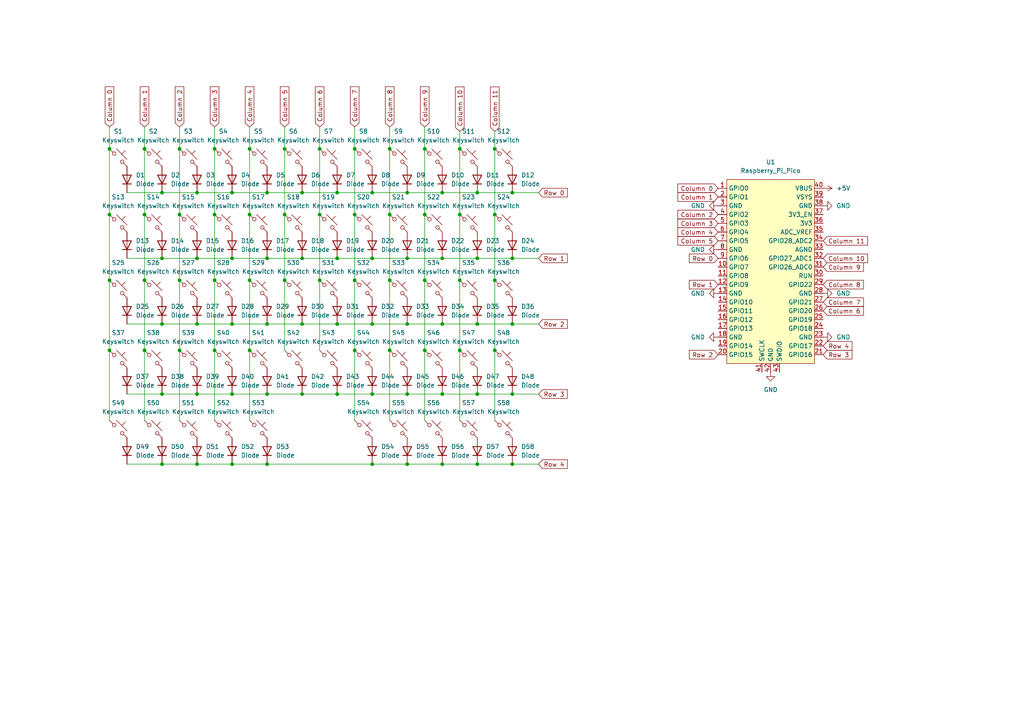
<source format=kicad_sch>
(kicad_sch (version 20250114) (generator "eeschema") (generator_version "9.0")
  (paper "A4")
  (junction (at 148.59 114.3))
  (junction (at 41.91 101.6))
  (junction (at 113.03 62.23))
  (junction (at 118.11 74.93))
  (junction (at 57.15 134.62))
  (junction (at 77.47 134.62))
  (junction (at 143.51 81.28))
  (junction (at 31.75 101.6))
  (junction (at 31.75 81.28))
  (junction (at 67.31 55.88))
  (junction (at 77.47 114.3))
  (junction (at 87.63 93.98))
  (junction (at 128.27 55.88))
  (junction (at 46.99 55.88))
  (junction (at 138.43 134.62))
  (junction (at 31.75 62.23))
  (junction (at 123.19 81.28))
  (junction (at 128.27 114.3))
  (junction (at 107.95 134.62))
  (junction (at 31.75 43.18))
  (junction (at 133.35 81.28))
  (junction (at 67.31 114.3))
  (junction (at 67.31 74.93))
  (junction (at 102.87 43.18))
  (junction (at 67.31 134.62))
  (junction (at 72.39 101.6))
  (junction (at 138.43 114.3))
  (junction (at 72.39 62.23))
  (junction (at 148.59 55.88))
  (junction (at 113.03 43.18))
  (junction (at 107.95 55.88))
  (junction (at 92.71 62.23))
  (junction (at 62.23 101.6))
  (junction (at 118.11 93.98))
  (junction (at 148.59 93.98))
  (junction (at 113.03 101.6))
  (junction (at 52.07 43.18))
  (junction (at 102.87 81.28))
  (junction (at 133.35 62.23))
  (junction (at 77.47 93.98))
  (junction (at 57.15 114.3))
  (junction (at 123.19 43.18))
  (junction (at 46.99 74.93))
  (junction (at 123.19 62.23))
  (junction (at 46.99 134.62))
  (junction (at 57.15 74.93))
  (junction (at 97.79 55.88))
  (junction (at 97.79 114.3))
  (junction (at 77.47 55.88))
  (junction (at 138.43 93.98))
  (junction (at 92.71 43.18))
  (junction (at 87.63 55.88))
  (junction (at 57.15 55.88))
  (junction (at 143.51 43.18))
  (junction (at 133.35 43.18))
  (junction (at 138.43 55.88))
  (junction (at 87.63 74.93))
  (junction (at 62.23 62.23))
  (junction (at 46.99 114.3))
  (junction (at 133.35 101.6))
  (junction (at 77.47 74.93))
  (junction (at 67.31 93.98))
  (junction (at 72.39 43.18))
  (junction (at 138.43 74.93))
  (junction (at 107.95 93.98))
  (junction (at 92.71 81.28))
  (junction (at 52.07 101.6))
  (junction (at 102.87 62.23))
  (junction (at 82.55 62.23))
  (junction (at 82.55 43.18))
  (junction (at 102.87 101.6))
  (junction (at 118.11 134.62))
  (junction (at 41.91 62.23))
  (junction (at 46.99 93.98))
  (junction (at 123.19 101.6))
  (junction (at 118.11 55.88))
  (junction (at 107.95 114.3))
  (junction (at 72.39 81.28))
  (junction (at 87.63 114.3))
  (junction (at 148.59 74.93))
  (junction (at 41.91 81.28))
  (junction (at 57.15 93.98))
  (junction (at 128.27 93.98))
  (junction (at 52.07 62.23))
  (junction (at 118.11 114.3))
  (junction (at 148.59 134.62))
  (junction (at 113.03 81.28))
  (junction (at 128.27 134.62))
  (junction (at 52.07 81.28))
  (junction (at 143.51 101.6))
  (junction (at 107.95 74.93))
  (junction (at 143.51 62.23))
  (junction (at 97.79 74.93))
  (junction (at 41.91 43.18))
  (junction (at 97.79 93.98))
  (junction (at 62.23 81.28))
  (junction (at 128.27 74.93))
  (junction (at 82.55 81.28))
  (junction (at 62.23 43.18))
  (wire (pts (xy 62.23 43.18) (xy 62.23 62.23)))
  (wire (pts (xy 128.27 55.88) (xy 138.43 55.88)))
  (wire (pts (xy 97.79 93.98) (xy 107.95 93.98)))
  (wire (pts (xy 143.51 81.28) (xy 143.51 101.6)))
  (wire (pts (xy 133.35 43.18) (xy 133.35 62.23)))
  (wire (pts (xy 113.03 81.28) (xy 113.03 101.6)))
  (wire (pts (xy 36.83 134.62) (xy 46.99 134.62)))
  (wire (pts (xy 128.27 74.93) (xy 138.43 74.93)))
  (wire (pts (xy 123.19 36.83) (xy 123.19 43.18)))
  (wire (pts (xy 72.39 43.18) (xy 72.39 62.23)))
  (wire (pts (xy 77.47 134.62) (xy 107.95 134.62)))
  (wire (pts (xy 77.47 74.93) (xy 87.63 74.93)))
  (wire (pts (xy 123.19 101.6) (xy 123.19 121.92)))
  (wire (pts (xy 87.63 114.3) (xy 97.79 114.3)))
  (wire (pts (xy 57.15 55.88) (xy 67.31 55.88)))
  (wire (pts (xy 46.99 55.88) (xy 57.15 55.88)))
  (wire (pts (xy 87.63 74.93) (xy 97.79 74.93)))
  (wire (pts (xy 31.75 62.23) (xy 31.75 81.28)))
  (wire (pts (xy 36.83 114.3) (xy 46.99 114.3)))
  (wire (pts (xy 62.23 81.28) (xy 62.23 101.6)))
  (wire (pts (xy 102.87 62.23) (xy 102.87 81.28)))
  (wire (pts (xy 77.47 114.3) (xy 87.63 114.3)))
  (wire (pts (xy 123.19 43.18) (xy 123.19 62.23)))
  (wire (pts (xy 87.63 55.88) (xy 97.79 55.88)))
  (wire (pts (xy 92.71 36.83) (xy 92.71 43.18)))
  (wire (pts (xy 67.31 55.88) (xy 77.47 55.88)))
  (wire (pts (xy 67.31 114.3) (xy 77.47 114.3)))
  (wire (pts (xy 92.71 43.18) (xy 92.71 62.23)))
  (wire (pts (xy 133.35 81.28) (xy 133.35 101.6)))
  (wire (pts (xy 123.19 81.28) (xy 123.19 101.6)))
  (wire (pts (xy 148.59 74.93) (xy 156.21 74.93)))
  (wire (pts (xy 57.15 93.98) (xy 67.31 93.98)))
  (wire (pts (xy 31.75 36.83) (xy 31.75 43.18)))
  (wire (pts (xy 67.31 74.93) (xy 77.47 74.93)))
  (wire (pts (xy 113.03 62.23) (xy 113.03 81.28)))
  (wire (pts (xy 102.87 101.6) (xy 102.87 121.92)))
  (wire (pts (xy 31.75 81.28) (xy 31.75 101.6)))
  (wire (pts (xy 31.75 101.6) (xy 31.75 121.92)))
  (wire (pts (xy 72.39 62.23) (xy 72.39 81.28)))
  (wire (pts (xy 82.55 62.23) (xy 82.55 81.28)))
  (wire (pts (xy 128.27 93.98) (xy 138.43 93.98)))
  (wire (pts (xy 46.99 74.93) (xy 57.15 74.93)))
  (wire (pts (xy 133.35 101.6) (xy 133.35 121.92)))
  (wire (pts (xy 102.87 81.28) (xy 102.87 101.6)))
  (wire (pts (xy 118.11 74.93) (xy 128.27 74.93)))
  (wire (pts (xy 52.07 101.6) (xy 52.07 121.92)))
  (wire (pts (xy 77.47 93.98) (xy 87.63 93.98)))
  (wire (pts (xy 128.27 114.3) (xy 138.43 114.3)))
  (wire (pts (xy 138.43 93.98) (xy 148.59 93.98)))
  (wire (pts (xy 138.43 134.62) (xy 148.59 134.62)))
  (wire (pts (xy 118.11 134.62) (xy 128.27 134.62)))
  (wire (pts (xy 143.51 101.6) (xy 143.51 121.92)))
  (wire (pts (xy 102.87 36.83) (xy 102.87 43.18)))
  (wire (pts (xy 41.91 36.83) (xy 41.91 43.18)))
  (wire (pts (xy 36.83 74.93) (xy 46.99 74.93)))
  (wire (pts (xy 72.39 101.6) (xy 72.39 121.92)))
  (wire (pts (xy 138.43 74.93) (xy 148.59 74.93)))
  (wire (pts (xy 123.19 62.23) (xy 123.19 81.28)))
  (wire (pts (xy 113.03 101.6) (xy 113.03 121.92)))
  (wire (pts (xy 138.43 55.88) (xy 148.59 55.88)))
  (wire (pts (xy 77.47 55.88) (xy 87.63 55.88)))
  (wire (pts (xy 36.83 93.98) (xy 46.99 93.98)))
  (wire (pts (xy 67.31 134.62) (xy 77.47 134.62)))
  (wire (pts (xy 97.79 55.88) (xy 107.95 55.88)))
  (wire (pts (xy 46.99 134.62) (xy 57.15 134.62)))
  (wire (pts (xy 118.11 55.88) (xy 128.27 55.88)))
  (wire (pts (xy 107.95 74.93) (xy 118.11 74.93)))
  (wire (pts (xy 52.07 81.28) (xy 52.07 101.6)))
  (wire (pts (xy 62.23 101.6) (xy 62.23 121.92)))
  (wire (pts (xy 92.71 62.23) (xy 92.71 81.28)))
  (wire (pts (xy 52.07 36.83) (xy 52.07 43.18)))
  (wire (pts (xy 52.07 43.18) (xy 52.07 62.23)))
  (wire (pts (xy 92.71 81.28) (xy 92.71 101.6)))
  (wire (pts (xy 72.39 36.83) (xy 72.39 43.18)))
  (wire (pts (xy 97.79 114.3) (xy 107.95 114.3)))
  (wire (pts (xy 107.95 55.88) (xy 118.11 55.88)))
  (wire (pts (xy 52.07 62.23) (xy 52.07 81.28)))
  (wire (pts (xy 46.99 93.98) (xy 57.15 93.98)))
  (wire (pts (xy 31.75 43.18) (xy 31.75 62.23)))
  (wire (pts (xy 46.99 114.3) (xy 57.15 114.3)))
  (wire (pts (xy 82.55 36.83) (xy 82.55 43.18)))
  (wire (pts (xy 82.55 81.28) (xy 82.55 101.6)))
  (wire (pts (xy 36.83 55.88) (xy 46.99 55.88)))
  (wire (pts (xy 72.39 81.28) (xy 72.39 101.6)))
  (wire (pts (xy 87.63 93.98) (xy 97.79 93.98)))
  (wire (pts (xy 118.11 93.98) (xy 128.27 93.98)))
  (wire (pts (xy 156.21 55.88) (xy 148.59 55.88)))
  (wire (pts (xy 113.03 43.18) (xy 113.03 62.23)))
  (wire (pts (xy 143.51 38.1) (xy 143.51 43.18)))
  (wire (pts (xy 107.95 134.62) (xy 118.11 134.62)))
  (wire (pts (xy 148.59 93.98) (xy 156.21 93.98)))
  (wire (pts (xy 62.23 62.23) (xy 62.23 81.28)))
  (wire (pts (xy 97.79 74.93) (xy 107.95 74.93)))
  (wire (pts (xy 57.15 74.93) (xy 67.31 74.93)))
  (wire (pts (xy 57.15 134.62) (xy 67.31 134.62)))
  (wire (pts (xy 133.35 62.23) (xy 133.35 81.28)))
  (wire (pts (xy 41.91 43.18) (xy 41.91 62.23)))
  (wire (pts (xy 41.91 62.23) (xy 41.91 81.28)))
  (wire (pts (xy 156.21 134.62) (xy 148.59 134.62)))
  (wire (pts (xy 113.03 36.83) (xy 113.03 43.18)))
  (wire (pts (xy 148.59 114.3) (xy 156.21 114.3)))
  (wire (pts (xy 57.15 114.3) (xy 67.31 114.3)))
  (wire (pts (xy 107.95 114.3) (xy 118.11 114.3)))
  (wire (pts (xy 143.51 43.18) (xy 143.51 62.23)))
  (wire (pts (xy 82.55 43.18) (xy 82.55 62.23)))
  (wire (pts (xy 128.27 134.62) (xy 138.43 134.62)))
  (wire (pts (xy 133.35 38.1) (xy 133.35 43.18)))
  (wire (pts (xy 118.11 114.3) (xy 128.27 114.3)))
  (wire (pts (xy 62.23 36.83) (xy 62.23 43.18)))
  (wire (pts (xy 102.87 43.18) (xy 102.87 62.23)))
  (wire (pts (xy 41.91 101.6) (xy 41.91 121.92)))
  (wire (pts (xy 67.31 93.98) (xy 77.47 93.98)))
  (wire (pts (xy 107.95 93.98) (xy 118.11 93.98)))
  (wire (pts (xy 143.51 62.23) (xy 143.51 81.28)))
  (wire (pts (xy 138.43 114.3) (xy 148.59 114.3)))
  (wire (pts (xy 41.91 81.28) (xy 41.91 101.6)))
  (global_label "Column 10" (shape input) (at 133.35 38.1 90) (property "Intersheetrefs" "${INTERSHEET_REFS}" (effects (hide yes))))
  (global_label "Column 3" (shape input) (at 62.23 36.83 90) (property "Intersheetrefs" "${INTERSHEET_REFS}" (effects (hide yes))))
  (global_label "Column 1" (shape input) (at 208.28 57.15 180) (property "Intersheetrefs" "${INTERSHEET_REFS}" (effects (hide yes))))
  (global_label "Column 6" (shape input) (at 92.71 36.83 90) (property "Intersheetrefs" "${INTERSHEET_REFS}" (effects (hide yes))))
  (global_label "Column 4" (shape input) (at 72.39 36.83 90) (property "Intersheetrefs" "${INTERSHEET_REFS}" (effects (hide yes))))
  (global_label "Row 4" (shape input) (at 156.21 134.62 0) (property "Intersheetrefs" "${INTERSHEET_REFS}" (effects (hide yes))))
  (global_label "Row 4" (shape input) (at 238.76 100.33 0) (property "Intersheetrefs" "${INTERSHEET_REFS}" (effects (hide yes))))
  (global_label "Column 0" (shape input) (at 31.75 36.83 90) (property "Intersheetrefs" "${INTERSHEET_REFS}" (effects (hide yes))))
  (global_label "Column 2" (shape input) (at 52.07 36.83 90) (property "Intersheetrefs" "${INTERSHEET_REFS}" (effects (hide yes))))
  (global_label "Column 6" (shape input) (at 238.76 90.17 0) (property "Intersheetrefs" "${INTERSHEET_REFS}" (effects (hide yes))))
  (global_label "Column 10" (shape input) (at 238.76 74.93 0) (property "Intersheetrefs" "${INTERSHEET_REFS}" (effects (hide yes))))
  (global_label "Column 11" (shape input) (at 238.76 69.85 0) (property "Intersheetrefs" "${INTERSHEET_REFS}" (effects (hide yes))))
  (global_label "Column 0" (shape input) (at 208.28 54.61 180) (property "Intersheetrefs" "${INTERSHEET_REFS}" (effects (hide yes))))
  (global_label "Row 3" (shape input) (at 238.76 102.87 0) (property "Intersheetrefs" "${INTERSHEET_REFS}" (effects (hide yes))))
  (global_label "Row 2" (shape input) (at 208.28 102.87 180) (property "Intersheetrefs" "${INTERSHEET_REFS}" (effects (hide yes))))
  (global_label "Row 1" (shape input) (at 156.21 74.93 0) (property "Intersheetrefs" "${INTERSHEET_REFS}" (effects (hide yes))))
  (global_label "Column 5" (shape input) (at 82.55 36.83 90) (property "Intersheetrefs" "${INTERSHEET_REFS}" (effects (hide yes))))
  (global_label "Row 0" (shape input) (at 156.21 55.88 0) (property "Intersheetrefs" "${INTERSHEET_REFS}" (effects (hide yes))))
  (global_label "Row 2" (shape input) (at 156.21 93.98 0) (property "Intersheetrefs" "${INTERSHEET_REFS}" (effects (hide yes))))
  (global_label "Column 8" (shape input) (at 238.76 82.55 0) (property "Intersheetrefs" "${INTERSHEET_REFS}" (effects (hide yes))))
  (global_label "Row 1" (shape input) (at 208.28 82.55 180) (property "Intersheetrefs" "${INTERSHEET_REFS}" (effects (hide yes))))
  (global_label "Column 4" (shape input) (at 208.28 67.31 180) (property "Intersheetrefs" "${INTERSHEET_REFS}" (effects (hide yes))))
  (global_label "Column 9" (shape input) (at 123.19 36.83 90) (property "Intersheetrefs" "${INTERSHEET_REFS}" (effects (hide yes))))
  (global_label "Column 7" (shape input) (at 102.87 36.83 90) (property "Intersheetrefs" "${INTERSHEET_REFS}" (effects (hide yes))))
  (global_label "Column 1" (shape input) (at 41.91 36.83 90) (property "Intersheetrefs" "${INTERSHEET_REFS}" (effects (hide yes))))
  (global_label "Row 0" (shape input) (at 208.28 74.93 180) (property "Intersheetrefs" "${INTERSHEET_REFS}" (effects (hide yes))))
  (global_label "Column 11" (shape input) (at 143.51 38.1 90) (property "Intersheetrefs" "${INTERSHEET_REFS}" (effects (hide yes))))
  (global_label "Column 7" (shape input) (at 238.76 87.63 0) (property "Intersheetrefs" "${INTERSHEET_REFS}" (effects (hide yes))))
  (global_label "Column 2" (shape input) (at 208.28 62.23 180) (property "Intersheetrefs" "${INTERSHEET_REFS}" (effects (hide yes))))
  (global_label "Column 9" (shape input) (at 238.76 77.47 0) (property "Intersheetrefs" "${INTERSHEET_REFS}" (effects (hide yes))))
  (global_label "Column 3" (shape input) (at 208.28 64.77 180) (property "Intersheetrefs" "${INTERSHEET_REFS}" (effects (hide yes))))
  (global_label "Column 5" (shape input) (at 208.28 69.85 180) (property "Intersheetrefs" "${INTERSHEET_REFS}" (effects (hide yes))))
  (global_label "Column 8" (shape input) (at 113.03 36.83 90) (property "Intersheetrefs" "${INTERSHEET_REFS}" (effects (hide yes))))
  (global_label "Row 3" (shape input) (at 156.21 114.3 0) (property "Intersheetrefs" "${INTERSHEET_REFS}" (effects (hide yes))))
  (symbol (lib_id "power:GND") (at 208.28 72.39 270) (unit 1)
    (property "Reference" "#PWR02" (effects (hide yes)))
    (property "Value" "GND" (at 204.47 72.3899 90) (effects (justify right)))
    (property "Description" "Power symbol creates a global label with name \"GND\" , ground" (effects (hide yes)))
  )
  (symbol (lib_id "ScottoKeebs:Placeholder_Keyswitch") (at 74.93 64.77 0) (unit 1)
    (property "Reference" "S17" (at 74.93 57.15 0))
    (property "Value" "Keyswitch" (at 74.93 59.69 0))
    (property "Footprint" "ScottoKeebs_MX:MX_PCB_1.00u" (effects (hide yes)))
    (property "Description" "Push button switch, normally open, two pins, 45° tilted" (effects (hide yes)))
  )
  (symbol (lib_id "ScottoKeebs:Placeholder_Diode") (at 87.63 90.17 90) (unit 1)
    (property "Reference" "D30" (at 90.17 88.8999 90) (effects (justify right)))
    (property "Value" "Diode" (at 90.17 91.4399 90) (effects (justify right)))
    (property "Footprint" "ScottoKeebs_Components:Diode_DO-35" (effects (hide yes)))
    (property "Description" "1N4148 (DO-35) or 1N4148W (SOD-123)" (effects (hide yes)))
    (property "Sim.Device" "D" (effects (hide yes)))
    (property "Sim.Pins" "1=K 2=A" (effects (hide yes)))
  )
  (symbol (lib_id "ScottoKeebs:Placeholder_Diode") (at 107.95 90.17 90) (unit 1)
    (property "Reference" "D32" (at 110.49 88.8999 90) (effects (justify right)))
    (property "Value" "Diode" (at 110.49 91.4399 90) (effects (justify right)))
    (property "Footprint" "ScottoKeebs_Components:Diode_DO-35" (effects (hide yes)))
    (property "Description" "1N4148 (DO-35) or 1N4148W (SOD-123)" (effects (hide yes)))
    (property "Sim.Device" "D" (effects (hide yes)))
    (property "Sim.Pins" "1=K 2=A" (effects (hide yes)))
  )
  (symbol (lib_id "ScottoKeebs:Placeholder_Keyswitch") (at 54.61 45.72 0) (unit 1)
    (property "Reference" "S3" (at 54.61 38.1 0))
    (property "Value" "Keyswitch" (at 54.61 40.64 0))
    (property "Footprint" "ScottoKeebs_MX:MX_PCB_1.00u" (effects (hide yes)))
    (property "Description" "Push button switch, normally open, two pins, 45° tilted" (effects (hide yes)))
  )
  (symbol (lib_id "ScottoKeebs:Placeholder_Keyswitch") (at 64.77 64.77 0) (unit 1)
    (property "Reference" "S16" (at 64.77 57.15 0))
    (property "Value" "Keyswitch" (at 64.77 59.69 0))
    (property "Footprint" "ScottoKeebs_MX:MX_PCB_1.00u" (effects (hide yes)))
    (property "Description" "Push button switch, normally open, two pins, 45° tilted" (effects (hide yes)))
  )
  (symbol (lib_id "ScottoKeebs:Placeholder_Keyswitch") (at 135.89 104.14 0) (unit 1)
    (property "Reference" "S47" (at 135.89 96.52 0))
    (property "Value" "Keyswitch" (at 135.89 99.06 0))
    (property "Footprint" "ScottoKeebs_MX:MX_PCB_1.00u" (effects (hide yes)))
    (property "Description" "Push button switch, normally open, two pins, 45° tilted" (effects (hide yes)))
  )
  (symbol (lib_id "ScottoKeebs:Placeholder_Diode") (at 57.15 130.81 90) (unit 1)
    (property "Reference" "D51" (at 59.69 129.5399 90) (effects (justify right)))
    (property "Value" "Diode" (at 59.69 132.0799 90) (effects (justify right)))
    (property "Footprint" "ScottoKeebs_Components:Diode_DO-35" (effects (hide yes)))
    (property "Description" "1N4148 (DO-35) or 1N4148W (SOD-123)" (effects (hide yes)))
    (property "Sim.Device" "D" (effects (hide yes)))
    (property "Sim.Pins" "1=K 2=A" (effects (hide yes)))
  )
  (symbol (lib_id "ScottoKeebs:Placeholder_Keyswitch") (at 64.77 45.72 0) (unit 1)
    (property "Reference" "S4" (at 64.77 38.1 0))
    (property "Value" "Keyswitch" (at 64.77 40.64 0))
    (property "Footprint" "ScottoKeebs_MX:MX_PCB_1.00u" (effects (hide yes)))
    (property "Description" "Push button switch, normally open, two pins, 45° tilted" (effects (hide yes)))
  )
  (symbol (lib_id "ScottoKeebs:MCU_Raspberry_Pi_Pico") (at 223.52 78.74 0) (unit 1)
    (property "Reference" "U1" (at 223.52 46.99 0))
    (property "Value" "Raspberry_Pi_Pico" (at 223.52 49.53 0))
    (property "Footprint" "ScottoKeebs_MCU:Raspberry_Pi_Pico" (effects (hide yes)))
  )
  (symbol (lib_id "power:GND") (at 238.76 85.09 90) (unit 1)
    (property "Reference" "#PWR06" (effects (hide yes)))
    (property "Value" "GND" (at 242.57 85.0899 90) (effects (justify right)))
    (property "Description" "Power symbol creates a global label with name \"GND\" , ground" (effects (hide yes)))
  )
  (symbol (lib_id "ScottoKeebs:Placeholder_Diode") (at 67.31 52.07 90) (unit 1)
    (property "Reference" "D4" (at 69.85 50.7999 90) (effects (justify right)))
    (property "Value" "Diode" (at 69.85 53.3399 90) (effects (justify right)))
    (property "Footprint" "ScottoKeebs_Components:Diode_DO-35" (effects (hide yes)))
    (property "Description" "1N4148 (DO-35) or 1N4148W (SOD-123)" (effects (hide yes)))
    (property "Sim.Device" "D" (effects (hide yes)))
    (property "Sim.Pins" "1=K 2=A" (effects (hide yes)))
  )
  (symbol (lib_id "ScottoKeebs:Placeholder_Diode") (at 46.99 110.49 90) (unit 1)
    (property "Reference" "D38" (at 49.53 109.2199 90) (effects (justify right)))
    (property "Value" "Diode" (at 49.53 111.7599 90) (effects (justify right)))
    (property "Footprint" "ScottoKeebs_Components:Diode_DO-35" (effects (hide yes)))
    (property "Description" "1N4148 (DO-35) or 1N4148W (SOD-123)" (effects (hide yes)))
    (property "Sim.Device" "D" (effects (hide yes)))
    (property "Sim.Pins" "1=K 2=A" (effects (hide yes)))
  )
  (symbol (lib_id "ScottoKeebs:Placeholder_Diode") (at 128.27 71.12 90) (unit 1)
    (property "Reference" "D22" (at 130.81 69.8499 90) (effects (justify right)))
    (property "Value" "Diode" (at 130.81 72.3899 90) (effects (justify right)))
    (property "Footprint" "ScottoKeebs_Components:Diode_DO-35" (effects (hide yes)))
    (property "Description" "1N4148 (DO-35) or 1N4148W (SOD-123)" (effects (hide yes)))
    (property "Sim.Device" "D" (effects (hide yes)))
    (property "Sim.Pins" "1=K 2=A" (effects (hide yes)))
  )
  (symbol (lib_id "ScottoKeebs:Placeholder_Keyswitch") (at 85.09 104.14 0) (unit 1)
    (property "Reference" "S42" (at 85.09 96.52 0))
    (property "Value" "Keyswitch" (at 85.09 99.06 0))
    (property "Footprint" "ScottoKeebs_MX:MX_PCB_1.00u" (effects (hide yes)))
    (property "Description" "Push button switch, normally open, two pins, 45° tilted" (effects (hide yes)))
  )
  (symbol (lib_id "ScottoKeebs:Placeholder_Keyswitch") (at 95.25 104.14 0) (unit 1)
    (property "Reference" "S43" (at 95.25 96.52 0))
    (property "Value" "Keyswitch" (at 95.25 99.06 0))
    (property "Footprint" "ScottoKeebs_MX:MX_PCB_1.00u" (effects (hide yes)))
    (property "Description" "Push button switch, normally open, two pins, 45° tilted" (effects (hide yes)))
  )
  (symbol (lib_id "ScottoKeebs:Placeholder_Keyswitch") (at 34.29 83.82 0) (unit 1)
    (property "Reference" "S25" (at 34.29 76.2 0))
    (property "Value" "Keyswitch" (at 34.29 78.74 0))
    (property "Footprint" "ScottoKeebs_MX:MX_PCB_1.00u" (effects (hide yes)))
    (property "Description" "Push button switch, normally open, two pins, 45° tilted" (effects (hide yes)))
  )
  (symbol (lib_id "ScottoKeebs:Placeholder_Diode") (at 77.47 110.49 90) (unit 1)
    (property "Reference" "D41" (at 80.01 109.2199 90) (effects (justify right)))
    (property "Value" "Diode" (at 80.01 111.7599 90) (effects (justify right)))
    (property "Footprint" "ScottoKeebs_Components:Diode_DO-35" (effects (hide yes)))
    (property "Description" "1N4148 (DO-35) or 1N4148W (SOD-123)" (effects (hide yes)))
    (property "Sim.Device" "D" (effects (hide yes)))
    (property "Sim.Pins" "1=K 2=A" (effects (hide yes)))
  )
  (symbol (lib_id "ScottoKeebs:Placeholder_Diode") (at 148.59 130.81 90) (unit 1)
    (property "Reference" "D58" (at 151.13 129.5399 90) (effects (justify right)))
    (property "Value" "Diode" (at 151.13 132.0799 90) (effects (justify right)))
    (property "Footprint" "ScottoKeebs_Components:Diode_DO-35" (effects (hide yes)))
    (property "Description" "1N4148 (DO-35) or 1N4148W (SOD-123)" (effects (hide yes)))
    (property "Sim.Device" "D" (effects (hide yes)))
    (property "Sim.Pins" "1=K 2=A" (effects (hide yes)))
  )
  (symbol (lib_id "ScottoKeebs:Placeholder_Keyswitch") (at 85.09 64.77 0) (unit 1)
    (property "Reference" "S18" (at 85.09 57.15 0))
    (property "Value" "Keyswitch" (at 85.09 59.69 0))
    (property "Footprint" "ScottoKeebs_MX:MX_PCB_1.00u" (effects (hide yes)))
    (property "Description" "Push button switch, normally open, two pins, 45° tilted" (effects (hide yes)))
  )
  (symbol (lib_id "ScottoKeebs:Placeholder_Keyswitch") (at 44.45 64.77 0) (unit 1)
    (property "Reference" "S14" (at 44.45 57.15 0))
    (property "Value" "Keyswitch" (at 44.45 59.69 0))
    (property "Footprint" "ScottoKeebs_MX:MX_PCB_1.00u" (effects (hide yes)))
    (property "Description" "Push button switch, normally open, two pins, 45° tilted" (effects (hide yes)))
  )
  (symbol (lib_id "ScottoKeebs:Placeholder_Diode") (at 138.43 90.17 90) (unit 1)
    (property "Reference" "D35" (at 140.97 88.8999 90) (effects (justify right)))
    (property "Value" "Diode" (at 140.97 91.4399 90) (effects (justify right)))
    (property "Footprint" "ScottoKeebs_Components:Diode_DO-35" (effects (hide yes)))
    (property "Description" "1N4148 (DO-35) or 1N4148W (SOD-123)" (effects (hide yes)))
    (property "Sim.Device" "D" (effects (hide yes)))
    (property "Sim.Pins" "1=K 2=A" (effects (hide yes)))
  )
  (symbol (lib_id "ScottoKeebs:Placeholder_Keyswitch") (at 54.61 124.46 0) (unit 1)
    (property "Reference" "S51" (at 54.61 116.84 0))
    (property "Value" "Keyswitch" (at 54.61 119.38 0))
    (property "Footprint" "ScottoKeebs_MX:MX_PCB_1.00u" (effects (hide yes)))
    (property "Description" "Push button switch, normally open, two pins, 45° tilted" (effects (hide yes)))
  )
  (symbol (lib_id "ScottoKeebs:Placeholder_Keyswitch") (at 34.29 64.77 0) (unit 1)
    (property "Reference" "S13" (at 34.29 57.15 0))
    (property "Value" "Keyswitch" (at 34.29 59.69 0))
    (property "Footprint" "ScottoKeebs_MX:MX_PCB_1.00u" (effects (hide yes)))
    (property "Description" "Push button switch, normally open, two pins, 45° tilted" (effects (hide yes)))
  )
  (symbol (lib_id "power:+5V") (at 238.76 54.61 270) (unit 1)
    (property "Reference" "#PWR08" (effects (hide yes)))
    (property "Value" "+5V" (at 242.57 54.6099 90) (effects (justify left)))
    (property "Description" "Power symbol creates a global label with name \"+5V\"" (effects (hide yes)))
  )
  (symbol (lib_id "ScottoKeebs:Placeholder_Diode") (at 67.31 90.17 90) (unit 1)
    (property "Reference" "D28" (at 69.85 88.8999 90) (effects (justify right)))
    (property "Value" "Diode" (at 69.85 91.4399 90) (effects (justify right)))
    (property "Footprint" "ScottoKeebs_Components:Diode_DO-35" (effects (hide yes)))
    (property "Description" "1N4148 (DO-35) or 1N4148W (SOD-123)" (effects (hide yes)))
    (property "Sim.Device" "D" (effects (hide yes)))
    (property "Sim.Pins" "1=K 2=A" (effects (hide yes)))
  )
  (symbol (lib_id "ScottoKeebs:Placeholder_Diode") (at 148.59 90.17 90) (unit 1)
    (property "Reference" "D36" (at 151.13 88.8999 90) (effects (justify right)))
    (property "Value" "Diode" (at 151.13 91.4399 90) (effects (justify right)))
    (property "Footprint" "ScottoKeebs_Components:Diode_DO-35" (effects (hide yes)))
    (property "Description" "1N4148 (DO-35) or 1N4148W (SOD-123)" (effects (hide yes)))
    (property "Sim.Device" "D" (effects (hide yes)))
    (property "Sim.Pins" "1=K 2=A" (effects (hide yes)))
  )
  (symbol (lib_id "ScottoKeebs:Placeholder_Diode") (at 77.47 71.12 90) (unit 1)
    (property "Reference" "D17" (at 80.01 69.8499 90) (effects (justify right)))
    (property "Value" "Diode" (at 80.01 72.3899 90) (effects (justify right)))
    (property "Footprint" "ScottoKeebs_Components:Diode_DO-35" (effects (hide yes)))
    (property "Description" "1N4148 (DO-35) or 1N4148W (SOD-123)" (effects (hide yes)))
    (property "Sim.Device" "D" (effects (hide yes)))
    (property "Sim.Pins" "1=K 2=A" (effects (hide yes)))
  )
  (symbol (lib_id "ScottoKeebs:Placeholder_Diode") (at 46.99 71.12 90) (unit 1)
    (property "Reference" "D14" (at 49.53 69.8499 90) (effects (justify right)))
    (property "Value" "Diode" (at 49.53 72.3899 90) (effects (justify right)))
    (property "Footprint" "ScottoKeebs_Components:Diode_DO-35" (effects (hide yes)))
    (property "Description" "1N4148 (DO-35) or 1N4148W (SOD-123)" (effects (hide yes)))
    (property "Sim.Device" "D" (effects (hide yes)))
    (property "Sim.Pins" "1=K 2=A" (effects (hide yes)))
  )
  (symbol (lib_id "ScottoKeebs:Placeholder_Keyswitch") (at 95.25 45.72 0) (unit 1)
    (property "Reference" "S7" (at 95.25 38.1 0))
    (property "Value" "Keyswitch" (at 95.25 40.64 0))
    (property "Footprint" "ScottoKeebs_MX:MX_PCB_1.00u" (effects (hide yes)))
    (property "Description" "Push button switch, normally open, two pins, 45° tilted" (effects (hide yes)))
  )
  (symbol (lib_id "ScottoKeebs:Placeholder_Keyswitch") (at 44.45 104.14 0) (unit 1)
    (property "Reference" "S38" (at 44.45 96.52 0))
    (property "Value" "Keyswitch" (at 44.45 99.06 0))
    (property "Footprint" "ScottoKeebs_MX:MX_PCB_1.00u" (effects (hide yes)))
    (property "Description" "Push button switch, normally open, two pins, 45° tilted" (effects (hide yes)))
  )
  (symbol (lib_id "ScottoKeebs:Placeholder_Keyswitch") (at 135.89 124.46 0) (unit 1)
    (property "Reference" "S57" (at 135.89 116.84 0))
    (property "Value" "Keyswitch" (at 135.89 119.38 0))
    (property "Footprint" "ScottoKeebs_MX:MX_PCB_1.00u" (effects (hide yes)))
    (property "Description" "Push button switch, normally open, two pins, 45° tilted" (effects (hide yes)))
  )
  (symbol (lib_id "ScottoKeebs:Placeholder_Diode") (at 128.27 90.17 90) (unit 1)
    (property "Reference" "D34" (at 130.81 88.8999 90) (effects (justify right)))
    (property "Value" "Diode" (at 130.81 91.4399 90) (effects (justify right)))
    (property "Footprint" "ScottoKeebs_Components:Diode_DO-35" (effects (hide yes)))
    (property "Description" "1N4148 (DO-35) or 1N4148W (SOD-123)" (effects (hide yes)))
    (property "Sim.Device" "D" (effects (hide yes)))
    (property "Sim.Pins" "1=K 2=A" (effects (hide yes)))
  )
  (symbol (lib_id "ScottoKeebs:Placeholder_Keyswitch") (at 44.45 124.46 0) (unit 1)
    (property "Reference" "S50" (at 44.45 116.84 0))
    (property "Value" "Keyswitch" (at 44.45 119.38 0))
    (property "Footprint" "ScottoKeebs_MX:MX_PCB_1.00u" (effects (hide yes)))
    (property "Description" "Push button switch, normally open, two pins, 45° tilted" (effects (hide yes)))
  )
  (symbol (lib_id "ScottoKeebs:Placeholder_Keyswitch") (at 115.57 104.14 0) (unit 1)
    (property "Reference" "S45" (at 115.57 96.52 0))
    (property "Value" "Keyswitch" (at 115.57 99.06 0))
    (property "Footprint" "ScottoKeebs_MX:MX_PCB_1.00u" (effects (hide yes)))
    (property "Description" "Push button switch, normally open, two pins, 45° tilted" (effects (hide yes)))
  )
  (symbol (lib_id "ScottoKeebs:Placeholder_Diode") (at 97.79 110.49 90) (unit 1)
    (property "Reference" "D43" (at 100.33 109.2199 90) (effects (justify right)))
    (property "Value" "Diode" (at 100.33 111.7599 90) (effects (justify right)))
    (property "Footprint" "ScottoKeebs_Components:Diode_DO-35" (effects (hide yes)))
    (property "Description" "1N4148 (DO-35) or 1N4148W (SOD-123)" (effects (hide yes)))
    (property "Sim.Device" "D" (effects (hide yes)))
    (property "Sim.Pins" "1=K 2=A" (effects (hide yes)))
  )
  (symbol (lib_id "ScottoKeebs:Placeholder_Keyswitch") (at 135.89 83.82 0) (unit 1)
    (property "Reference" "S35" (at 135.89 76.2 0))
    (property "Value" "Keyswitch" (at 135.89 78.74 0))
    (property "Footprint" "ScottoKeebs_MX:MX_PCB_1.00u" (effects (hide yes)))
    (property "Description" "Push button switch, normally open, two pins, 45° tilted" (effects (hide yes)))
  )
  (symbol (lib_id "ScottoKeebs:Placeholder_Keyswitch") (at 54.61 104.14 0) (unit 1)
    (property "Reference" "S39" (at 54.61 96.52 0))
    (property "Value" "Keyswitch" (at 54.61 99.06 0))
    (property "Footprint" "ScottoKeebs_MX:MX_PCB_1.00u" (effects (hide yes)))
    (property "Description" "Push button switch, normally open, two pins, 45° tilted" (effects (hide yes)))
  )
  (symbol (lib_id "ScottoKeebs:Placeholder_Diode") (at 87.63 110.49 90) (unit 1)
    (property "Reference" "D42" (at 90.17 109.2199 90) (effects (justify right)))
    (property "Value" "Diode" (at 90.17 111.7599 90) (effects (justify right)))
    (property "Footprint" "ScottoKeebs_Components:Diode_DO-35" (effects (hide yes)))
    (property "Description" "1N4148 (DO-35) or 1N4148W (SOD-123)" (effects (hide yes)))
    (property "Sim.Device" "D" (effects (hide yes)))
    (property "Sim.Pins" "1=K 2=A" (effects (hide yes)))
  )
  (symbol (lib_id "ScottoKeebs:Placeholder_Keyswitch") (at 105.41 104.14 0) (unit 1)
    (property "Reference" "S44" (at 105.41 96.52 0))
    (property "Value" "Keyswitch" (at 105.41 99.06 0))
    (property "Footprint" "ScottoKeebs_MX:MX_PCB_1.00u" (effects (hide yes)))
    (property "Description" "Push button switch, normally open, two pins, 45° tilted" (effects (hide yes)))
  )
  (symbol (lib_id "ScottoKeebs:Placeholder_Keyswitch") (at 34.29 124.46 0) (unit 1)
    (property "Reference" "S49" (at 34.29 116.84 0))
    (property "Value" "Keyswitch" (at 34.29 119.38 0))
    (property "Footprint" "ScottoKeebs_MX:MX_PCB_1.00u" (effects (hide yes)))
    (property "Description" "Push button switch, normally open, two pins, 45° tilted" (effects (hide yes)))
  )
  (symbol (lib_id "ScottoKeebs:Placeholder_Keyswitch") (at 125.73 83.82 0) (unit 1)
    (property "Reference" "S34" (at 125.73 76.2 0))
    (property "Value" "Keyswitch" (at 125.73 78.74 0))
    (property "Footprint" "ScottoKeebs_MX:MX_PCB_1.00u" (effects (hide yes)))
    (property "Description" "Push button switch, normally open, two pins, 45° tilted" (effects (hide yes)))
  )
  (symbol (lib_id "ScottoKeebs:Placeholder_Diode") (at 107.95 130.81 90) (unit 1)
    (property "Reference" "D54" (at 110.49 129.5399 90) (effects (justify right)))
    (property "Value" "Diode" (at 110.49 132.0799 90) (effects (justify right)))
    (property "Footprint" "ScottoKeebs_Components:Diode_DO-35" (effects (hide yes)))
    (property "Description" "1N4148 (DO-35) or 1N4148W (SOD-123)" (effects (hide yes)))
    (property "Sim.Device" "D" (effects (hide yes)))
    (property "Sim.Pins" "1=K 2=A" (effects (hide yes)))
  )
  (symbol (lib_id "ScottoKeebs:Placeholder_Keyswitch") (at 34.29 104.14 0) (unit 1)
    (property "Reference" "S37" (at 34.29 96.52 0))
    (property "Value" "Keyswitch" (at 34.29 99.06 0))
    (property "Footprint" "ScottoKeebs_MX:MX_PCB_1.00u" (effects (hide yes)))
    (property "Description" "Push button switch, normally open, two pins, 45° tilted" (effects (hide yes)))
  )
  (symbol (lib_id "ScottoKeebs:Placeholder_Diode") (at 57.15 90.17 90) (unit 1)
    (property "Reference" "D27" (at 59.69 88.8999 90) (effects (justify right)))
    (property "Value" "Diode" (at 59.69 91.4399 90) (effects (justify right)))
    (property "Footprint" "ScottoKeebs_Components:Diode_DO-35" (effects (hide yes)))
    (property "Description" "1N4148 (DO-35) or 1N4148W (SOD-123)" (effects (hide yes)))
    (property "Sim.Device" "D" (effects (hide yes)))
    (property "Sim.Pins" "1=K 2=A" (effects (hide yes)))
  )
  (symbol (lib_id "ScottoKeebs:Placeholder_Keyswitch") (at 105.41 83.82 0) (unit 1)
    (property "Reference" "S32" (at 105.41 76.2 0))
    (property "Value" "Keyswitch" (at 105.41 78.74 0))
    (property "Footprint" "ScottoKeebs_MX:MX_PCB_1.00u" (effects (hide yes)))
    (property "Description" "Push button switch, normally open, two pins, 45° tilted" (effects (hide yes)))
  )
  (symbol (lib_id "ScottoKeebs:Placeholder_Diode") (at 138.43 130.81 90) (unit 1)
    (property "Reference" "D57" (at 140.97 129.5399 90) (effects (justify right)))
    (property "Value" "Diode" (at 140.97 132.0799 90) (effects (justify right)))
    (property "Footprint" "ScottoKeebs_Components:Diode_DO-35" (effects (hide yes)))
    (property "Description" "1N4148 (DO-35) or 1N4148W (SOD-123)" (effects (hide yes)))
    (property "Sim.Device" "D" (effects (hide yes)))
    (property "Sim.Pins" "1=K 2=A" (effects (hide yes)))
  )
  (symbol (lib_id "ScottoKeebs:Placeholder_Keyswitch") (at 44.45 83.82 0) (unit 1)
    (property "Reference" "S26" (at 44.45 76.2 0))
    (property "Value" "Keyswitch" (at 44.45 78.74 0))
    (property "Footprint" "ScottoKeebs_MX:MX_PCB_1.00u" (effects (hide yes)))
    (property "Description" "Push button switch, normally open, two pins, 45° tilted" (effects (hide yes)))
  )
  (symbol (lib_id "ScottoKeebs:Placeholder_Keyswitch") (at 85.09 83.82 0) (unit 1)
    (property "Reference" "S30" (at 85.09 76.2 0))
    (property "Value" "Keyswitch" (at 85.09 78.74 0))
    (property "Footprint" "ScottoKeebs_MX:MX_PCB_1.00u" (effects (hide yes)))
    (property "Description" "Push button switch, normally open, two pins, 45° tilted" (effects (hide yes)))
  )
  (symbol (lib_id "ScottoKeebs:Placeholder_Diode") (at 46.99 52.07 90) (unit 1)
    (property "Reference" "D2" (at 49.53 50.7999 90) (effects (justify right)))
    (property "Value" "Diode" (at 49.53 53.3399 90) (effects (justify right)))
    (property "Footprint" "ScottoKeebs_Components:Diode_DO-35" (effects (hide yes)))
    (property "Description" "1N4148 (DO-35) or 1N4148W (SOD-123)" (effects (hide yes)))
    (property "Sim.Device" "D" (effects (hide yes)))
    (property "Sim.Pins" "1=K 2=A" (effects (hide yes)))
  )
  (symbol (lib_id "ScottoKeebs:Placeholder_Diode") (at 87.63 71.12 90) (unit 1)
    (property "Reference" "D18" (at 90.17 69.8499 90) (effects (justify right)))
    (property "Value" "Diode" (at 90.17 72.3899 90) (effects (justify right)))
    (property "Footprint" "ScottoKeebs_Components:Diode_DO-35" (effects (hide yes)))
    (property "Description" "1N4148 (DO-35) or 1N4148W (SOD-123)" (effects (hide yes)))
    (property "Sim.Device" "D" (effects (hide yes)))
    (property "Sim.Pins" "1=K 2=A" (effects (hide yes)))
  )
  (symbol (lib_id "ScottoKeebs:Placeholder_Keyswitch") (at 44.45 45.72 0) (unit 1)
    (property "Reference" "S2" (at 44.45 38.1 0))
    (property "Value" "Keyswitch" (at 44.45 40.64 0))
    (property "Footprint" "ScottoKeebs_MX:MX_PCB_1.00u" (effects (hide yes)))
    (property "Description" "Push button switch, normally open, two pins, 45° tilted" (effects (hide yes)))
  )
  (symbol (lib_id "ScottoKeebs:Placeholder_Diode") (at 107.95 71.12 90) (unit 1)
    (property "Reference" "D20" (at 110.49 69.8499 90) (effects (justify right)))
    (property "Value" "Diode" (at 110.49 72.3899 90) (effects (justify right)))
    (property "Footprint" "ScottoKeebs_Components:Diode_DO-35" (effects (hide yes)))
    (property "Description" "1N4148 (DO-35) or 1N4148W (SOD-123)" (effects (hide yes)))
    (property "Sim.Device" "D" (effects (hide yes)))
    (property "Sim.Pins" "1=K 2=A" (effects (hide yes)))
  )
  (symbol (lib_id "ScottoKeebs:Placeholder_Keyswitch") (at 125.73 124.46 0) (unit 1)
    (property "Reference" "S56" (at 125.73 116.84 0))
    (property "Value" "Keyswitch" (at 125.73 119.38 0))
    (property "Footprint" "ScottoKeebs_MX:MX_PCB_1.00u" (effects (hide yes)))
    (property "Description" "Push button switch, normally open, two pins, 45° tilted" (effects (hide yes)))
  )
  (symbol (lib_id "ScottoKeebs:Placeholder_Diode") (at 128.27 52.07 90) (unit 1)
    (property "Reference" "D10" (at 130.81 50.7999 90) (effects (justify right)))
    (property "Value" "Diode" (at 130.81 53.3399 90) (effects (justify right)))
    (property "Footprint" "ScottoKeebs_Components:Diode_DO-35" (effects (hide yes)))
    (property "Description" "1N4148 (DO-35) or 1N4148W (SOD-123)" (effects (hide yes)))
    (property "Sim.Device" "D" (effects (hide yes)))
    (property "Sim.Pins" "1=K 2=A" (effects (hide yes)))
  )
  (symbol (lib_id "ScottoKeebs:Placeholder_Keyswitch") (at 64.77 124.46 0) (unit 1)
    (property "Reference" "S52" (at 64.77 116.84 0))
    (property "Value" "Keyswitch" (at 64.77 119.38 0))
    (property "Footprint" "ScottoKeebs_MX:MX_PCB_1.00u" (effects (hide yes)))
    (property "Description" "Push button switch, normally open, two pins, 45° tilted" (effects (hide yes)))
  )
  (symbol (lib_id "ScottoKeebs:Placeholder_Keyswitch") (at 74.93 45.72 0) (unit 1)
    (property "Reference" "S5" (at 74.93 38.1 0))
    (property "Value" "Keyswitch" (at 74.93 40.64 0))
    (property "Footprint" "ScottoKeebs_MX:MX_PCB_1.00u" (effects (hide yes)))
    (property "Description" "Push button switch, normally open, two pins, 45° tilted" (effects (hide yes)))
  )
  (symbol (lib_id "ScottoKeebs:Placeholder_Keyswitch") (at 74.93 104.14 0) (unit 1)
    (property "Reference" "S41" (at 74.93 96.52 0))
    (property "Value" "Keyswitch" (at 74.93 99.06 0))
    (property "Footprint" "ScottoKeebs_MX:MX_PCB_1.00u" (effects (hide yes)))
    (property "Description" "Push button switch, normally open, two pins, 45° tilted" (effects (hide yes)))
  )
  (symbol (lib_id "ScottoKeebs:Placeholder_Keyswitch") (at 85.09 45.72 0) (unit 1)
    (property "Reference" "S6" (at 85.09 38.1 0))
    (property "Value" "Keyswitch" (at 85.09 40.64 0))
    (property "Footprint" "ScottoKeebs_MX:MX_PCB_1.00u" (effects (hide yes)))
    (property "Description" "Push button switch, normally open, two pins, 45° tilted" (effects (hide yes)))
  )
  (symbol (lib_id "ScottoKeebs:Placeholder_Diode") (at 148.59 71.12 90) (unit 1)
    (property "Reference" "D24" (at 151.13 69.8499 90) (effects (justify right)))
    (property "Value" "Diode" (at 151.13 72.3899 90) (effects (justify right)))
    (property "Footprint" "ScottoKeebs_Components:Diode_DO-35" (effects (hide yes)))
    (property "Description" "1N4148 (DO-35) or 1N4148W (SOD-123)" (effects (hide yes)))
    (property "Sim.Device" "D" (effects (hide yes)))
    (property "Sim.Pins" "1=K 2=A" (effects (hide yes)))
  )
  (symbol (lib_id "ScottoKeebs:Placeholder_Diode") (at 36.83 71.12 90) (unit 1)
    (property "Reference" "D13" (at 39.37 69.8499 90) (effects (justify right)))
    (property "Value" "Diode" (at 39.37 72.3899 90) (effects (justify right)))
    (property "Footprint" "ScottoKeebs_Components:Diode_DO-35" (effects (hide yes)))
    (property "Description" "1N4148 (DO-35) or 1N4148W (SOD-123)" (effects (hide yes)))
    (property "Sim.Device" "D" (effects (hide yes)))
    (property "Sim.Pins" "1=K 2=A" (effects (hide yes)))
  )
  (symbol (lib_id "ScottoKeebs:Placeholder_Keyswitch") (at 115.57 124.46 0) (unit 1)
    (property "Reference" "S55" (at 115.57 116.84 0))
    (property "Value" "Keyswitch" (at 115.57 119.38 0))
    (property "Footprint" "ScottoKeebs_MX:MX_PCB_1.00u" (effects (hide yes)))
    (property "Description" "Push button switch, normally open, two pins, 45° tilted" (effects (hide yes)))
  )
  (symbol (lib_id "ScottoKeebs:Placeholder_Diode") (at 57.15 110.49 90) (unit 1)
    (property "Reference" "D39" (at 59.69 109.2199 90) (effects (justify right)))
    (property "Value" "Diode" (at 59.69 111.7599 90) (effects (justify right)))
    (property "Footprint" "ScottoKeebs_Components:Diode_DO-35" (effects (hide yes)))
    (property "Description" "1N4148 (DO-35) or 1N4148W (SOD-123)" (effects (hide yes)))
    (property "Sim.Device" "D" (effects (hide yes)))
    (property "Sim.Pins" "1=K 2=A" (effects (hide yes)))
  )
  (symbol (lib_id "ScottoKeebs:Placeholder_Diode") (at 138.43 110.49 90) (unit 1)
    (property "Reference" "D47" (at 140.97 109.2199 90) (effects (justify right)))
    (property "Value" "Diode" (at 140.97 111.7599 90) (effects (justify right)))
    (property "Footprint" "ScottoKeebs_Components:Diode_DO-35" (effects (hide yes)))
    (property "Description" "1N4148 (DO-35) or 1N4148W (SOD-123)" (effects (hide yes)))
    (property "Sim.Device" "D" (effects (hide yes)))
    (property "Sim.Pins" "1=K 2=A" (effects (hide yes)))
  )
  (symbol (lib_id "ScottoKeebs:Placeholder_Diode") (at 67.31 110.49 90) (unit 1)
    (property "Reference" "D40" (at 69.85 109.2199 90) (effects (justify right)))
    (property "Value" "Diode" (at 69.85 111.7599 90) (effects (justify right)))
    (property "Footprint" "ScottoKeebs_Components:Diode_DO-35" (effects (hide yes)))
    (property "Description" "1N4148 (DO-35) or 1N4148W (SOD-123)" (effects (hide yes)))
    (property "Sim.Device" "D" (effects (hide yes)))
    (property "Sim.Pins" "1=K 2=A" (effects (hide yes)))
  )
  (symbol (lib_id "ScottoKeebs:Placeholder_Keyswitch") (at 125.73 64.77 0) (unit 1)
    (property "Reference" "S22" (at 125.73 57.15 0))
    (property "Value" "Keyswitch" (at 125.73 59.69 0))
    (property "Footprint" "ScottoKeebs_MX:MX_PCB_1.00u" (effects (hide yes)))
    (property "Description" "Push button switch, normally open, two pins, 45° tilted" (effects (hide yes)))
  )
  (symbol (lib_id "ScottoKeebs:Placeholder_Diode") (at 148.59 110.49 90) (unit 1)
    (property "Reference" "D48" (at 151.13 109.2199 90) (effects (justify right)))
    (property "Value" "Diode" (at 151.13 111.7599 90) (effects (justify right)))
    (property "Footprint" "ScottoKeebs_Components:Diode_DO-35" (effects (hide yes)))
    (property "Description" "1N4148 (DO-35) or 1N4148W (SOD-123)" (effects (hide yes)))
    (property "Sim.Device" "D" (effects (hide yes)))
    (property "Sim.Pins" "1=K 2=A" (effects (hide yes)))
  )
  (symbol (lib_id "power:GND") (at 208.28 59.69 270) (unit 1)
    (property "Reference" "#PWR01" (effects (hide yes)))
    (property "Value" "GND" (at 204.47 59.6899 90) (effects (justify right)))
    (property "Description" "Power symbol creates a global label with name \"GND\" , ground" (effects (hide yes)))
  )
  (symbol (lib_id "ScottoKeebs:Placeholder_Keyswitch") (at 105.41 45.72 0) (unit 1)
    (property "Reference" "S8" (at 105.41 38.1 0))
    (property "Value" "Keyswitch" (at 105.41 40.64 0))
    (property "Footprint" "ScottoKeebs_MX:MX_PCB_1.00u" (effects (hide yes)))
    (property "Description" "Push button switch, normally open, two pins, 45° tilted" (effects (hide yes)))
  )
  (symbol (lib_id "ScottoKeebs:Placeholder_Keyswitch") (at 64.77 83.82 0) (unit 1)
    (property "Reference" "S28" (at 64.77 76.2 0))
    (property "Value" "Keyswitch" (at 64.77 78.74 0))
    (property "Footprint" "ScottoKeebs_MX:MX_PCB_1.00u" (effects (hide yes)))
    (property "Description" "Push button switch, normally open, two pins, 45° tilted" (effects (hide yes)))
  )
  (symbol (lib_id "ScottoKeebs:Placeholder_Keyswitch") (at 74.93 83.82 0) (unit 1)
    (property "Reference" "S29" (at 74.93 76.2 0))
    (property "Value" "Keyswitch" (at 74.93 78.74 0))
    (property "Footprint" "ScottoKeebs_MX:MX_PCB_1.00u" (effects (hide yes)))
    (property "Description" "Push button switch, normally open, two pins, 45° tilted" (effects (hide yes)))
  )
  (symbol (lib_id "ScottoKeebs:Placeholder_Diode") (at 138.43 71.12 90) (unit 1)
    (property "Reference" "D23" (at 140.97 69.8499 90) (effects (justify right)))
    (property "Value" "Diode" (at 140.97 72.3899 90) (effects (justify right)))
    (property "Footprint" "ScottoKeebs_Components:Diode_DO-35" (effects (hide yes)))
    (property "Description" "1N4148 (DO-35) or 1N4148W (SOD-123)" (effects (hide yes)))
    (property "Sim.Device" "D" (effects (hide yes)))
    (property "Sim.Pins" "1=K 2=A" (effects (hide yes)))
  )
  (symbol (lib_id "ScottoKeebs:Placeholder_Keyswitch") (at 105.41 124.46 0) (unit 1)
    (property "Reference" "S54" (at 105.41 116.84 0))
    (property "Value" "Keyswitch" (at 105.41 119.38 0))
    (property "Footprint" "Button_Switch_Keyboard:SW_Cherry_MX_2.00u_PCB" (effects (hide yes)))
    (property "Description" "Push button switch, normally open, two pins, 45° tilted" (effects (hide yes)))
  )
  (symbol (lib_id "ScottoKeebs:Placeholder_Diode") (at 67.31 130.81 90) (unit 1)
    (property "Reference" "D52" (at 69.85 129.5399 90) (effects (justify right)))
    (property "Value" "Diode" (at 69.85 132.0799 90) (effects (justify right)))
    (property "Footprint" "ScottoKeebs_Components:Diode_DO-35" (effects (hide yes)))
    (property "Description" "1N4148 (DO-35) or 1N4148W (SOD-123)" (effects (hide yes)))
    (property "Sim.Device" "D" (effects (hide yes)))
    (property "Sim.Pins" "1=K 2=A" (effects (hide yes)))
  )
  (symbol (lib_id "ScottoKeebs:Placeholder_Diode") (at 36.83 110.49 90) (unit 1)
    (property "Reference" "D37" (at 39.37 109.2199 90) (effects (justify right)))
    (property "Value" "Diode" (at 39.37 111.7599 90) (effects (justify right)))
    (property "Footprint" "ScottoKeebs_Components:Diode_DO-35" (effects (hide yes)))
    (property "Description" "1N4148 (DO-35) or 1N4148W (SOD-123)" (effects (hide yes)))
    (property "Sim.Device" "D" (effects (hide yes)))
    (property "Sim.Pins" "1=K 2=A" (effects (hide yes)))
  )
  (symbol (lib_id "ScottoKeebs:Placeholder_Keyswitch") (at 125.73 104.14 0) (unit 1)
    (property "Reference" "S46" (at 125.73 96.52 0))
    (property "Value" "Keyswitch" (at 125.73 99.06 0))
    (property "Footprint" "ScottoKeebs_MX:MX_PCB_1.00u" (effects (hide yes)))
    (property "Description" "Push button switch, normally open, two pins, 45° tilted" (effects (hide yes)))
  )
  (symbol (lib_id "ScottoKeebs:Placeholder_Keyswitch") (at 146.05 104.14 0) (unit 1)
    (property "Reference" "S48" (at 146.05 96.52 0))
    (property "Value" "Keyswitch" (at 146.05 99.06 0))
    (property "Footprint" "ScottoKeebs_MX:MX_PCB_1.00u" (effects (hide yes)))
    (property "Description" "Push button switch, normally open, two pins, 45° tilted" (effects (hide yes)))
  )
  (symbol (lib_id "ScottoKeebs:Placeholder_Keyswitch") (at 125.73 45.72 0) (unit 1)
    (property "Reference" "S10" (at 125.73 38.1 0))
    (property "Value" "Keyswitch" (at 125.73 40.64 0))
    (property "Footprint" "ScottoKeebs_MX:MX_PCB_1.00u" (effects (hide yes)))
    (property "Description" "Push button switch, normally open, two pins, 45° tilted" (effects (hide yes)))
  )
  (symbol (lib_id "ScottoKeebs:Placeholder_Keyswitch") (at 115.57 64.77 0) (unit 1)
    (property "Reference" "S21" (at 115.57 57.15 0))
    (property "Value" "Keyswitch" (at 115.57 59.69 0))
    (property "Footprint" "ScottoKeebs_MX:MX_PCB_1.00u" (effects (hide yes)))
    (property "Description" "Push button switch, normally open, two pins, 45° tilted" (effects (hide yes)))
  )
  (symbol (lib_id "ScottoKeebs:Placeholder_Keyswitch") (at 115.57 45.72 0) (unit 1)
    (property "Reference" "S9" (at 115.57 38.1 0))
    (property "Value" "Keyswitch" (at 115.57 40.64 0))
    (property "Footprint" "ScottoKeebs_MX:MX_PCB_1.00u" (effects (hide yes)))
    (property "Description" "Push button switch, normally open, two pins, 45° tilted" (effects (hide yes)))
  )
  (symbol (lib_id "ScottoKeebs:Placeholder_Keyswitch") (at 34.29 45.72 0) (unit 1)
    (property "Reference" "S1" (at 34.29 38.1 0))
    (property "Value" "Keyswitch" (at 34.29 40.64 0))
    (property "Footprint" "ScottoKeebs_MX:MX_PCB_1.00u" (effects (hide yes)))
    (property "Description" "Push button switch, normally open, two pins, 45° tilted" (effects (hide yes)))
  )
  (symbol (lib_id "ScottoKeebs:Placeholder_Diode") (at 97.79 52.07 90) (unit 1)
    (property "Reference" "D7" (at 100.33 50.7999 90) (effects (justify right)))
    (property "Value" "Diode" (at 100.33 53.3399 90) (effects (justify right)))
    (property "Footprint" "ScottoKeebs_Components:Diode_DO-35" (effects (hide yes)))
    (property "Description" "1N4148 (DO-35) or 1N4148W (SOD-123)" (effects (hide yes)))
    (property "Sim.Device" "D" (effects (hide yes)))
    (property "Sim.Pins" "1=K 2=A" (effects (hide yes)))
  )
  (symbol (lib_id "ScottoKeebs:Placeholder_Keyswitch") (at 135.89 64.77 0) (unit 1)
    (property "Reference" "S23" (at 135.89 57.15 0))
    (property "Value" "Keyswitch" (at 135.89 59.69 0))
    (property "Footprint" "ScottoKeebs_MX:MX_PCB_1.00u" (effects (hide yes)))
    (property "Description" "Push button switch, normally open, two pins, 45° tilted" (effects (hide yes)))
  )
  (symbol (lib_id "ScottoKeebs:Placeholder_Diode") (at 57.15 52.07 90) (unit 1)
    (property "Reference" "D3" (at 59.69 50.7999 90) (effects (justify right)))
    (property "Value" "Diode" (at 59.69 53.3399 90) (effects (justify right)))
    (property "Footprint" "ScottoKeebs_Components:Diode_DO-35" (effects (hide yes)))
    (property "Description" "1N4148 (DO-35) or 1N4148W (SOD-123)" (effects (hide yes)))
    (property "Sim.Device" "D" (effects (hide yes)))
    (property "Sim.Pins" "1=K 2=A" (effects (hide yes)))
  )
  (symbol (lib_id "ScottoKeebs:Placeholder_Keyswitch") (at 64.77 104.14 0) (unit 1)
    (property "Reference" "S40" (at 64.77 96.52 0))
    (property "Value" "Keyswitch" (at 64.77 99.06 0))
    (property "Footprint" "ScottoKeebs_MX:MX_PCB_1.00u" (effects (hide yes)))
    (property "Description" "Push button switch, normally open, two pins, 45° tilted" (effects (hide yes)))
  )
  (symbol (lib_id "ScottoKeebs:Placeholder_Diode") (at 46.99 130.81 90) (unit 1)
    (property "Reference" "D50" (at 49.53 129.5399 90) (effects (justify right)))
    (property "Value" "Diode" (at 49.53 132.0799 90) (effects (justify right)))
    (property "Footprint" "ScottoKeebs_Components:Diode_DO-35" (effects (hide yes)))
    (property "Description" "1N4148 (DO-35) or 1N4148W (SOD-123)" (effects (hide yes)))
    (property "Sim.Device" "D" (effects (hide yes)))
    (property "Sim.Pins" "1=K 2=A" (effects (hide yes)))
  )
  (symbol (lib_id "ScottoKeebs:Placeholder_Diode") (at 128.27 110.49 90) (unit 1)
    (property "Reference" "D46" (at 130.81 109.2199 90) (effects (justify right)))
    (property "Value" "Diode" (at 130.81 111.7599 90) (effects (justify right)))
    (property "Footprint" "ScottoKeebs_Components:Diode_DO-35" (effects (hide yes)))
    (property "Description" "1N4148 (DO-35) or 1N4148W (SOD-123)" (effects (hide yes)))
    (property "Sim.Device" "D" (effects (hide yes)))
    (property "Sim.Pins" "1=K 2=A" (effects (hide yes)))
  )
  (symbol (lib_id "power:GND") (at 238.76 97.79 90) (unit 1)
    (property "Reference" "#PWR05" (effects (hide yes)))
    (property "Value" "GND" (at 242.57 97.7899 90) (effects (justify right)))
    (property "Description" "Power symbol creates a global label with name \"GND\" , ground" (effects (hide yes)))
  )
  (symbol (lib_id "ScottoKeebs:Placeholder_Diode") (at 67.31 71.12 90) (unit 1)
    (property "Reference" "D16" (at 69.85 69.8499 90) (effects (justify right)))
    (property "Value" "Diode" (at 69.85 72.3899 90) (effects (justify right)))
    (property "Footprint" "ScottoKeebs_Components:Diode_DO-35" (effects (hide yes)))
    (property "Description" "1N4148 (DO-35) or 1N4148W (SOD-123)" (effects (hide yes)))
    (property "Sim.Device" "D" (effects (hide yes)))
    (property "Sim.Pins" "1=K 2=A" (effects (hide yes)))
  )
  (symbol (lib_id "ScottoKeebs:Placeholder_Keyswitch") (at 115.57 83.82 0) (unit 1)
    (property "Reference" "S33" (at 115.57 76.2 0))
    (property "Value" "Keyswitch" (at 115.57 78.74 0))
    (property "Footprint" "ScottoKeebs_MX:MX_PCB_1.00u" (effects (hide yes)))
    (property "Description" "Push button switch, normally open, two pins, 45° tilted" (effects (hide yes)))
  )
  (symbol (lib_id "ScottoKeebs:Placeholder_Diode") (at 118.11 130.81 90) (unit 1)
    (property "Reference" "D55" (at 120.65 129.5399 90) (effects (justify right)))
    (property "Value" "Diode" (at 120.65 132.0799 90) (effects (justify right)))
    (property "Footprint" "ScottoKeebs_Components:Diode_DO-35" (effects (hide yes)))
    (property "Description" "1N4148 (DO-35) or 1N4148W (SOD-123)" (effects (hide yes)))
    (property "Sim.Device" "D" (effects (hide yes)))
    (property "Sim.Pins" "1=K 2=A" (effects (hide yes)))
  )
  (symbol (lib_id "ScottoKeebs:Placeholder_Keyswitch") (at 95.25 64.77 0) (unit 1)
    (property "Reference" "S19" (at 95.25 57.15 0))
    (property "Value" "Keyswitch" (at 95.25 59.69 0))
    (property "Footprint" "ScottoKeebs_MX:MX_PCB_1.00u" (effects (hide yes)))
    (property "Description" "Push button switch, normally open, two pins, 45° tilted" (effects (hide yes)))
  )
  (symbol (lib_id "power:GND") (at 208.28 97.79 270) (unit 1)
    (property "Reference" "#PWR04" (effects (hide yes)))
    (property "Value" "GND" (at 204.47 97.7899 90) (effects (justify right)))
    (property "Description" "Power symbol creates a global label with name \"GND\" , ground" (effects (hide yes)))
  )
  (symbol (lib_id "ScottoKeebs:Placeholder_Keyswitch") (at 54.61 83.82 0) (unit 1)
    (property "Reference" "S27" (at 54.61 76.2 0))
    (property "Value" "Keyswitch" (at 54.61 78.74 0))
    (property "Footprint" "ScottoKeebs_MX:MX_PCB_1.00u" (effects (hide yes)))
    (property "Description" "Push button switch, normally open, two pins, 45° tilted" (effects (hide yes)))
  )
  (symbol (lib_id "ScottoKeebs:Placeholder_Diode") (at 77.47 52.07 90) (unit 1)
    (property "Reference" "D5" (at 80.01 50.7999 90) (effects (justify right)))
    (property "Value" "Diode" (at 80.01 53.3399 90) (effects (justify right)))
    (property "Footprint" "ScottoKeebs_Components:Diode_DO-35" (effects (hide yes)))
    (property "Description" "1N4148 (DO-35) or 1N4148W (SOD-123)" (effects (hide yes)))
    (property "Sim.Device" "D" (effects (hide yes)))
    (property "Sim.Pins" "1=K 2=A" (effects (hide yes)))
  )
  (symbol (lib_id "ScottoKeebs:Placeholder_Keyswitch") (at 146.05 124.46 0) (unit 1)
    (property "Reference" "S58" (at 146.05 116.84 0))
    (property "Value" "Keyswitch" (at 146.05 119.38 0))
    (property "Footprint" "ScottoKeebs_MX:MX_PCB_1.00u" (effects (hide yes)))
    (property "Description" "Push button switch, normally open, two pins, 45° tilted" (effects (hide yes)))
  )
  (symbol (lib_id "ScottoKeebs:Placeholder_Diode") (at 87.63 52.07 90) (unit 1)
    (property "Reference" "D6" (at 90.17 50.7999 90) (effects (justify right)))
    (property "Value" "Diode" (at 90.17 53.3399 90) (effects (justify right)))
    (property "Footprint" "ScottoKeebs_Components:Diode_DO-35" (effects (hide yes)))
    (property "Description" "1N4148 (DO-35) or 1N4148W (SOD-123)" (effects (hide yes)))
    (property "Sim.Device" "D" (effects (hide yes)))
    (property "Sim.Pins" "1=K 2=A" (effects (hide yes)))
  )
  (symbol (lib_id "ScottoKeebs:Placeholder_Diode") (at 57.15 71.12 90) (unit 1)
    (property "Reference" "D15" (at 59.69 69.8499 90) (effects (justify right)))
    (property "Value" "Diode" (at 59.69 72.3899 90) (effects (justify right)))
    (property "Footprint" "ScottoKeebs_Components:Diode_DO-35" (effects (hide yes)))
    (property "Description" "1N4148 (DO-35) or 1N4148W (SOD-123)" (effects (hide yes)))
    (property "Sim.Device" "D" (effects (hide yes)))
    (property "Sim.Pins" "1=K 2=A" (effects (hide yes)))
  )
  (symbol (lib_id "ScottoKeebs:Placeholder_Diode") (at 118.11 110.49 90) (unit 1)
    (property "Reference" "D45" (at 120.65 109.2199 90) (effects (justify right)))
    (property "Value" "Diode" (at 120.65 111.7599 90) (effects (justify right)))
    (property "Footprint" "ScottoKeebs_Components:Diode_DO-35" (effects (hide yes)))
    (property "Description" "1N4148 (DO-35) or 1N4148W (SOD-123)" (effects (hide yes)))
    (property "Sim.Device" "D" (effects (hide yes)))
    (property "Sim.Pins" "1=K 2=A" (effects (hide yes)))
  )
  (symbol (lib_id "ScottoKeebs:Placeholder_Diode") (at 97.79 90.17 90) (unit 1)
    (property "Reference" "D31" (at 100.33 88.8999 90) (effects (justify right)))
    (property "Value" "Diode" (at 100.33 91.4399 90) (effects (justify right)))
    (property "Footprint" "ScottoKeebs_Components:Diode_DO-35" (effects (hide yes)))
    (property "Description" "1N4148 (DO-35) or 1N4148W (SOD-123)" (effects (hide yes)))
    (property "Sim.Device" "D" (effects (hide yes)))
    (property "Sim.Pins" "1=K 2=A" (effects (hide yes)))
  )
  (symbol (lib_id "ScottoKeebs:Placeholder_Diode") (at 36.83 52.07 90) (unit 1)
    (property "Reference" "D1" (at 39.37 50.7999 90) (effects (justify right)))
    (property "Value" "Diode" (at 39.37 53.3399 90) (effects (justify right)))
    (property "Footprint" "ScottoKeebs_Components:Diode_DO-35" (effects (hide yes)))
    (property "Description" "1N4148 (DO-35) or 1N4148W (SOD-123)" (effects (hide yes)))
    (property "Sim.Device" "D" (effects (hide yes)))
    (property "Sim.Pins" "1=K 2=A" (effects (hide yes)))
  )
  (symbol (lib_id "ScottoKeebs:Placeholder_Diode") (at 118.11 52.07 90) (unit 1)
    (property "Reference" "D9" (at 120.65 50.7999 90) (effects (justify right)))
    (property "Value" "Diode" (at 120.65 53.3399 90) (effects (justify right)))
    (property "Footprint" "ScottoKeebs_Components:Diode_DO-35" (effects (hide yes)))
    (property "Description" "1N4148 (DO-35) or 1N4148W (SOD-123)" (effects (hide yes)))
    (property "Sim.Device" "D" (effects (hide yes)))
    (property "Sim.Pins" "1=K 2=A" (effects (hide yes)))
  )
  (symbol (lib_id "ScottoKeebs:Placeholder_Diode") (at 77.47 130.81 90) (unit 1)
    (property "Reference" "D53" (at 80.01 129.5399 90) (effects (justify right)))
    (property "Value" "Diode" (at 80.01 132.0799 90) (effects (justify right)))
    (property "Footprint" "ScottoKeebs_Components:Diode_DO-35" (effects (hide yes)))
    (property "Description" "1N4148 (DO-35) or 1N4148W (SOD-123)" (effects (hide yes)))
    (property "Sim.Device" "D" (effects (hide yes)))
    (property "Sim.Pins" "1=K 2=A" (effects (hide yes)))
  )
  (symbol (lib_id "ScottoKeebs:Placeholder_Diode") (at 148.59 52.07 90) (unit 1)
    (property "Reference" "D12" (at 151.13 50.7999 90) (effects (justify right)))
    (property "Value" "Diode" (at 151.13 53.3399 90) (effects (justify right)))
    (property "Footprint" "ScottoKeebs_Components:Diode_DO-35" (effects (hide yes)))
    (property "Description" "1N4148 (DO-35) or 1N4148W (SOD-123)" (effects (hide yes)))
    (property "Sim.Device" "D" (effects (hide yes)))
    (property "Sim.Pins" "1=K 2=A" (effects (hide yes)))
  )
  (symbol (lib_id "ScottoKeebs:Placeholder_Keyswitch") (at 146.05 64.77 0) (unit 1)
    (property "Reference" "S24" (at 146.05 57.15 0))
    (property "Value" "Keyswitch" (at 146.05 59.69 0))
    (property "Footprint" "ScottoKeebs_MX:MX_PCB_1.00u" (effects (hide yes)))
    (property "Description" "Push button switch, normally open, two pins, 45° tilted" (effects (hide yes)))
  )
  (symbol (lib_id "ScottoKeebs:Placeholder_Keyswitch") (at 146.05 83.82 0) (unit 1)
    (property "Reference" "S36" (at 146.05 76.2 0))
    (property "Value" "Keyswitch" (at 146.05 78.74 0))
    (property "Footprint" "ScottoKeebs_MX:MX_PCB_1.00u" (effects (hide yes)))
    (property "Description" "Push button switch, normally open, two pins, 45° tilted" (effects (hide yes)))
  )
  (symbol (lib_id "ScottoKeebs:Placeholder_Diode") (at 118.11 71.12 90) (unit 1)
    (property "Reference" "D21" (at 120.65 69.8499 90) (effects (justify right)))
    (property "Value" "Diode" (at 120.65 72.3899 90) (effects (justify right)))
    (property "Footprint" "ScottoKeebs_Components:Diode_DO-35" (effects (hide yes)))
    (property "Description" "1N4148 (DO-35) or 1N4148W (SOD-123)" (effects (hide yes)))
    (property "Sim.Device" "D" (effects (hide yes)))
    (property "Sim.Pins" "1=K 2=A" (effects (hide yes)))
  )
  (symbol (lib_id "ScottoKeebs:Placeholder_Keyswitch") (at 146.05 45.72 0) (unit 1)
    (property "Reference" "S12" (at 146.05 38.1 0))
    (property "Value" "Keyswitch" (at 146.05 40.64 0))
    (property "Footprint" "ScottoKeebs_MX:MX_PCB_1.00u" (effects (hide yes)))
    (property "Description" "Push button switch, normally open, two pins, 45° tilted" (effects (hide yes)))
  )
  (symbol (lib_id "ScottoKeebs:Placeholder_Diode") (at 107.95 110.49 90) (unit 1)
    (property "Reference" "D44" (at 110.49 109.2199 90) (effects (justify right)))
    (property "Value" "Diode" (at 110.49 111.7599 90) (effects (justify right)))
    (property "Footprint" "ScottoKeebs_Components:Diode_DO-35" (effects (hide yes)))
    (property "Description" "1N4148 (DO-35) or 1N4148W (SOD-123)" (effects (hide yes)))
    (property "Sim.Device" "D" (effects (hide yes)))
    (property "Sim.Pins" "1=K 2=A" (effects (hide yes)))
  )
  (symbol (lib_id "ScottoKeebs:Placeholder_Diode") (at 36.83 130.81 90) (unit 1)
    (property "Reference" "D49" (at 39.37 129.5399 90) (effects (justify right)))
    (property "Value" "Diode" (at 39.37 132.0799 90) (effects (justify right)))
    (property "Footprint" "ScottoKeebs_Components:Diode_DO-35" (effects (hide yes)))
    (property "Description" "1N4148 (DO-35) or 1N4148W (SOD-123)" (effects (hide yes)))
    (property "Sim.Device" "D" (effects (hide yes)))
    (property "Sim.Pins" "1=K 2=A" (effects (hide yes)))
  )
  (symbol (lib_id "ScottoKeebs:Placeholder_Diode") (at 138.43 52.07 90) (unit 1)
    (property "Reference" "D11" (at 140.97 50.7999 90) (effects (justify right)))
    (property "Value" "Diode" (at 140.97 53.3399 90) (effects (justify right)))
    (property "Footprint" "ScottoKeebs_Components:Diode_DO-35" (effects (hide yes)))
    (property "Description" "1N4148 (DO-35) or 1N4148W (SOD-123)" (effects (hide yes)))
    (property "Sim.Device" "D" (effects (hide yes)))
    (property "Sim.Pins" "1=K 2=A" (effects (hide yes)))
  )
  (symbol (lib_id "ScottoKeebs:Placeholder_Diode") (at 46.99 90.17 90) (unit 1)
    (property "Reference" "D26" (at 49.53 88.8999 90) (effects (justify right)))
    (property "Value" "Diode" (at 49.53 91.4399 90) (effects (justify right)))
    (property "Footprint" "ScottoKeebs_Components:Diode_DO-35" (effects (hide yes)))
    (property "Description" "1N4148 (DO-35) or 1N4148W (SOD-123)" (effects (hide yes)))
    (property "Sim.Device" "D" (effects (hide yes)))
    (property "Sim.Pins" "1=K 2=A" (effects (hide yes)))
  )
  (symbol (lib_id "ScottoKeebs:Placeholder_Keyswitch") (at 135.89 45.72 0) (unit 1)
    (property "Reference" "S11" (at 135.89 38.1 0))
    (property "Value" "Keyswitch" (at 135.89 40.64 0))
    (property "Footprint" "ScottoKeebs_MX:MX_PCB_1.00u" (effects (hide yes)))
    (property "Description" "Push button switch, normally open, two pins, 45° tilted" (effects (hide yes)))
  )
  (symbol (lib_id "power:GND") (at 238.76 59.69 90) (unit 1)
    (property "Reference" "#PWR07" (effects (hide yes)))
    (property "Value" "GND" (at 242.57 59.6899 90) (effects (justify right)))
    (property "Description" "Power symbol creates a global label with name \"GND\" , ground" (effects (hide yes)))
  )
  (symbol (lib_id "ScottoKeebs:Placeholder_Keyswitch") (at 54.61 64.77 0) (unit 1)
    (property "Reference" "S15" (at 54.61 57.15 0))
    (property "Value" "Keyswitch" (at 54.61 59.69 0))
    (property "Footprint" "ScottoKeebs_MX:MX_PCB_1.00u" (effects (hide yes)))
    (property "Description" "Push button switch, normally open, two pins, 45° tilted" (effects (hide yes)))
  )
  (symbol (lib_id "ScottoKeebs:Placeholder_Keyswitch") (at 74.93 124.46 0) (unit 1)
    (property "Reference" "S53" (at 74.93 116.84 0))
    (property "Value" "Keyswitch" (at 74.93 119.38 0))
    (property "Footprint" "Button_Switch_Keyboard:SW_Cherry_MX_2.00u_PCB" (effects (hide yes)))
    (property "Description" "Push button switch, normally open, two pins, 45° tilted" (effects (hide yes)))
  )
  (symbol (lib_id "power:GND") (at 223.52 107.95 0) (unit 1)
    (property "Reference" "#PWR09" (effects (hide yes)))
    (property "Value" "GND" (at 223.52 113.03 0))
    (property "Description" "Power symbol creates a global label with name \"GND\" , ground" (effects (hide yes)))
  )
  (symbol (lib_id "ScottoKeebs:Placeholder_Diode") (at 118.11 90.17 90) (unit 1)
    (property "Reference" "D33" (at 120.65 88.8999 90) (effects (justify right)))
    (property "Value" "Diode" (at 120.65 91.4399 90) (effects (justify right)))
    (property "Footprint" "ScottoKeebs_Components:Diode_DO-35" (effects (hide yes)))
    (property "Description" "1N4148 (DO-35) or 1N4148W (SOD-123)" (effects (hide yes)))
    (property "Sim.Device" "D" (effects (hide yes)))
    (property "Sim.Pins" "1=K 2=A" (effects (hide yes)))
  )
  (symbol (lib_id "ScottoKeebs:Placeholder_Diode") (at 128.27 130.81 90) (unit 1)
    (property "Reference" "D56" (at 130.81 129.5399 90) (effects (justify right)))
    (property "Value" "Diode" (at 130.81 132.0799 90) (effects (justify right)))
    (property "Footprint" "ScottoKeebs_Components:Diode_DO-35" (effects (hide yes)))
    (property "Description" "1N4148 (DO-35) or 1N4148W (SOD-123)" (effects (hide yes)))
    (property "Sim.Device" "D" (effects (hide yes)))
    (property "Sim.Pins" "1=K 2=A" (effects (hide yes)))
  )
  (symbol (lib_id "ScottoKeebs:Placeholder_Diode") (at 107.95 52.07 90) (unit 1)
    (property "Reference" "D8" (at 110.49 50.7999 90) (effects (justify right)))
    (property "Value" "Diode" (at 110.49 53.3399 90) (effects (justify right)))
    (property "Footprint" "ScottoKeebs_Components:Diode_DO-35" (effects (hide yes)))
    (property "Description" "1N4148 (DO-35) or 1N4148W (SOD-123)" (effects (hide yes)))
    (property "Sim.Device" "D" (effects (hide yes)))
    (property "Sim.Pins" "1=K 2=A" (effects (hide yes)))
  )
  (symbol (lib_id "power:GND") (at 208.28 85.09 270) (unit 1)
    (property "Reference" "#PWR03" (effects (hide yes)))
    (property "Value" "GND" (at 204.47 85.0899 90) (effects (justify right)))
    (property "Description" "Power symbol creates a global label with name \"GND\" , ground" (effects (hide yes)))
  )
  (symbol (lib_id "ScottoKeebs:Placeholder_Diode") (at 36.83 90.17 90) (unit 1)
    (property "Reference" "D25" (at 39.37 88.8999 90) (effects (justify right)))
    (property "Value" "Diode" (at 39.37 91.4399 90) (effects (justify right)))
    (property "Footprint" "ScottoKeebs_Components:Diode_DO-35" (effects (hide yes)))
    (property "Description" "1N4148 (DO-35) or 1N4148W (SOD-123)" (effects (hide yes)))
    (property "Sim.Device" "D" (effects (hide yes)))
    (property "Sim.Pins" "1=K 2=A" (effects (hide yes)))
  )
  (symbol (lib_id "ScottoKeebs:Placeholder_Keyswitch") (at 95.25 83.82 0) (unit 1)
    (property "Reference" "S31" (at 95.25 76.2 0))
    (property "Value" "Keyswitch" (at 95.25 78.74 0))
    (property "Footprint" "ScottoKeebs_MX:MX_PCB_1.00u" (effects (hide yes)))
    (property "Description" "Push button switch, normally open, two pins, 45° tilted" (effects (hide yes)))
  )
  (symbol (lib_id "ScottoKeebs:Placeholder_Keyswitch") (at 105.41 64.77 0) (unit 1)
    (property "Reference" "S20" (at 105.41 57.15 0))
    (property "Value" "Keyswitch" (at 105.41 59.69 0))
    (property "Footprint" "ScottoKeebs_MX:MX_PCB_1.00u" (effects (hide yes)))
    (property "Description" "Push button switch, normally open, two pins, 45° tilted" (effects (hide yes)))
  )
  (symbol (lib_id "ScottoKeebs:Placeholder_Diode") (at 77.47 90.17 90) (unit 1)
    (property "Reference" "D29" (at 80.01 88.8999 90) (effects (justify right)))
    (property "Value" "Diode" (at 80.01 91.4399 90) (effects (justify right)))
    (property "Footprint" "ScottoKeebs_Components:Diode_DO-35" (effects (hide yes)))
    (property "Description" "1N4148 (DO-35) or 1N4148W (SOD-123)" (effects (hide yes)))
    (property "Sim.Device" "D" (effects (hide yes)))
    (property "Sim.Pins" "1=K 2=A" (effects (hide yes)))
  )
  (symbol (lib_id "ScottoKeebs:Placeholder_Diode") (at 97.79 71.12 90) (unit 1)
    (property "Reference" "D19" (at 100.33 69.8499 90) (effects (justify right)))
    (property "Value" "Diode" (at 100.33 72.3899 90) (effects (justify right)))
    (property "Footprint" "ScottoKeebs_Components:Diode_DO-35" (effects (hide yes)))
    (property "Description" "1N4148 (DO-35) or 1N4148W (SOD-123)" (effects (hide yes)))
    (property "Sim.Device" "D" (effects (hide yes)))
    (property "Sim.Pins" "1=K 2=A" (effects (hide yes)))
  )
)
</source>
